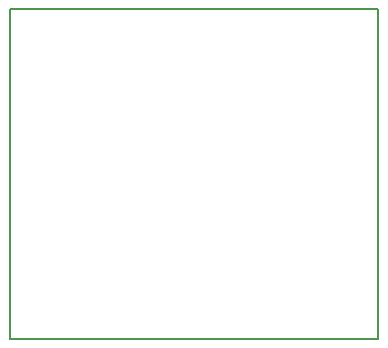
<source format=gm1>
G04 #@! TF.GenerationSoftware,KiCad,Pcbnew,(5.1.5)-3*
G04 #@! TF.CreationDate,2019-12-28T19:55:40-06:00*
G04 #@! TF.ProjectId,tymkrs_Cyphercon_2020_IRbutton,74796d6b-7273-45f4-9379-70686572636f,V0*
G04 #@! TF.SameCoordinates,Original*
G04 #@! TF.FileFunction,Profile,NP*
%FSLAX46Y46*%
G04 Gerber Fmt 4.6, Leading zero omitted, Abs format (unit mm)*
G04 Created by KiCad (PCBNEW (5.1.5)-3) date 2019-12-28 19:55:40*
%MOMM*%
%LPD*%
G04 APERTURE LIST*
%ADD10C,0.150000*%
G04 APERTURE END LIST*
D10*
X172085000Y-76835000D02*
X140970000Y-76835000D01*
X172085000Y-104775000D02*
X172085000Y-76835000D01*
X140970000Y-104775000D02*
X172085000Y-104775000D01*
X140970000Y-76835000D02*
X140970000Y-104775000D01*
M02*

</source>
